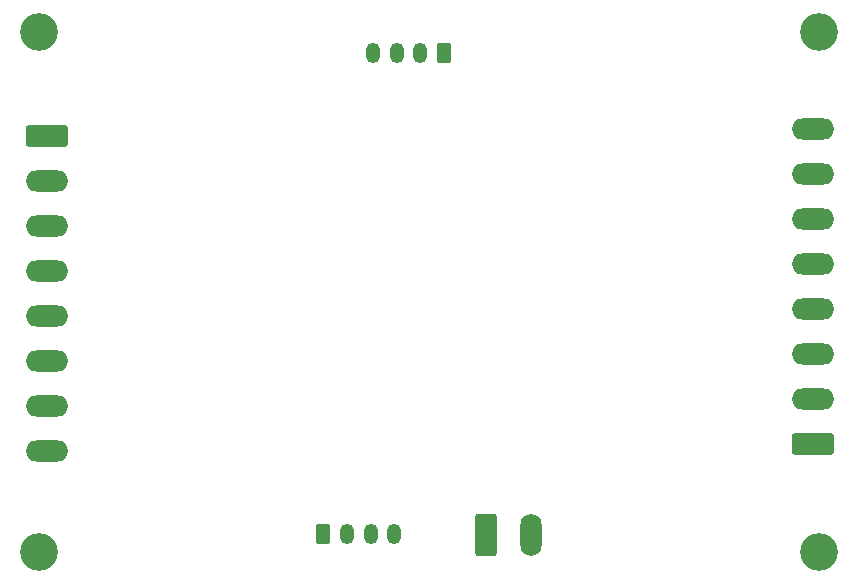
<source format=gbr>
G04 #@! TF.GenerationSoftware,KiCad,Pcbnew,8.0.0*
G04 #@! TF.CreationDate,2024-03-12T13:11:19+03:00*
G04 #@! TF.ProjectId,industrial_mcp23017_input_device_v02,696e6475-7374-4726-9961-6c5f6d637032,rev?*
G04 #@! TF.SameCoordinates,Original*
G04 #@! TF.FileFunction,Soldermask,Bot*
G04 #@! TF.FilePolarity,Negative*
%FSLAX46Y46*%
G04 Gerber Fmt 4.6, Leading zero omitted, Abs format (unit mm)*
G04 Created by KiCad (PCBNEW 8.0.0) date 2024-03-12 13:11:19*
%MOMM*%
%LPD*%
G01*
G04 APERTURE LIST*
G04 Aperture macros list*
%AMRoundRect*
0 Rectangle with rounded corners*
0 $1 Rounding radius*
0 $2 $3 $4 $5 $6 $7 $8 $9 X,Y pos of 4 corners*
0 Add a 4 corners polygon primitive as box body*
4,1,4,$2,$3,$4,$5,$6,$7,$8,$9,$2,$3,0*
0 Add four circle primitives for the rounded corners*
1,1,$1+$1,$2,$3*
1,1,$1+$1,$4,$5*
1,1,$1+$1,$6,$7*
1,1,$1+$1,$8,$9*
0 Add four rect primitives between the rounded corners*
20,1,$1+$1,$2,$3,$4,$5,0*
20,1,$1+$1,$4,$5,$6,$7,0*
20,1,$1+$1,$6,$7,$8,$9,0*
20,1,$1+$1,$8,$9,$2,$3,0*%
G04 Aperture macros list end*
%ADD10RoundRect,0.250000X0.350000X0.625000X-0.350000X0.625000X-0.350000X-0.625000X0.350000X-0.625000X0*%
%ADD11O,1.200000X1.750000*%
%ADD12RoundRect,0.250000X-0.350000X-0.625000X0.350000X-0.625000X0.350000X0.625000X-0.350000X0.625000X0*%
%ADD13RoundRect,0.250000X1.550000X-0.650000X1.550000X0.650000X-1.550000X0.650000X-1.550000X-0.650000X0*%
%ADD14O,3.600000X1.800000*%
%ADD15C,3.200000*%
%ADD16RoundRect,0.250000X-1.550000X0.650000X-1.550000X-0.650000X1.550000X-0.650000X1.550000X0.650000X0*%
%ADD17RoundRect,0.250000X-0.650000X-1.550000X0.650000X-1.550000X0.650000X1.550000X-0.650000X1.550000X0*%
%ADD18O,1.800000X3.600000*%
G04 APERTURE END LIST*
D10*
X107250000Y-62750000D03*
D11*
X105250000Y-62750000D03*
X103250000Y-62750000D03*
X101250000Y-62750000D03*
D12*
X97050000Y-103500000D03*
D11*
X99050000Y-103500000D03*
X101050000Y-103500000D03*
X103050000Y-103500000D03*
D13*
X138467500Y-95830000D03*
D14*
X138467500Y-92020000D03*
X138467500Y-88210000D03*
X138467500Y-84400000D03*
X138467500Y-80590000D03*
X138467500Y-76780000D03*
X138467500Y-72970000D03*
X138467500Y-69160000D03*
D15*
X73000000Y-61000000D03*
X139050000Y-105000000D03*
X139050000Y-61000000D03*
D16*
X73650000Y-69760000D03*
D14*
X73650000Y-73570000D03*
X73650000Y-77380000D03*
X73650000Y-81190000D03*
X73650000Y-85000000D03*
X73650000Y-88810000D03*
X73650000Y-92620000D03*
X73650000Y-96430000D03*
D15*
X73000000Y-105000000D03*
D17*
X110850000Y-103517500D03*
D18*
X114660000Y-103517500D03*
M02*

</source>
